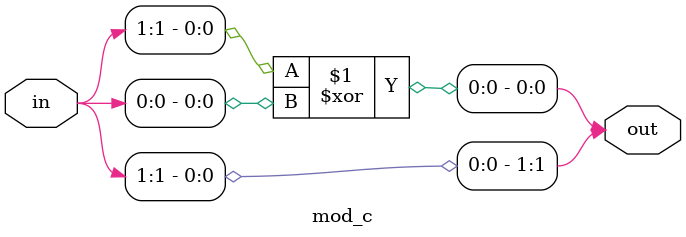
<source format=v>

module mod_c(output wire [1:0]out, input wire [1:0]in);
begin
assign out[1]=in[1];
assign out[0]=in[1]^in[0];
end
endmodule


</source>
